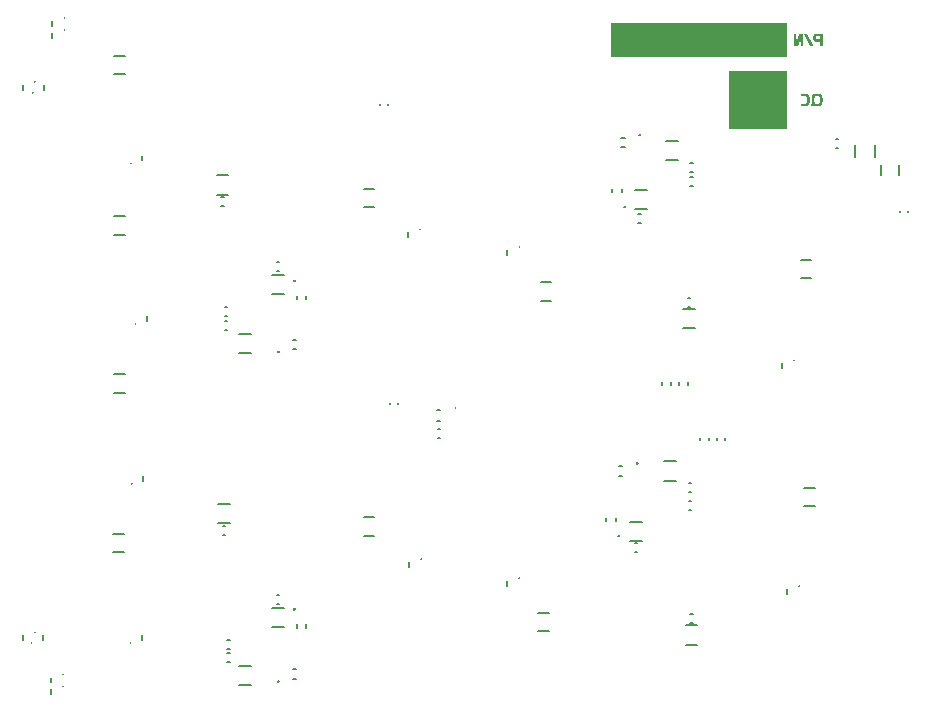
<source format=gbo>
G04*
G04 #@! TF.GenerationSoftware,Altium Limited,Altium Designer,24.2.2 (26)*
G04*
G04 Layer_Color=32896*
%FSLAX25Y25*%
%MOIN*%
G70*
G04*
G04 #@! TF.SameCoordinates,B220CE68-074A-4F46-869C-E968B1748748*
G04*
G04*
G04 #@! TF.FilePolarity,Positive*
G04*
G01*
G75*
%ADD12C,0.01000*%
%ADD13C,0.00700*%
%ADD15C,0.00787*%
%ADD16C,0.00500*%
%ADD21C,0.00669*%
%ADD126R,0.19685X0.19685*%
%ADD127R,0.59055X0.11811*%
G36*
X281101Y227326D02*
X281170Y227320D01*
X281244Y227308D01*
X281312Y227295D01*
X281380Y227277D01*
X281386D01*
X281405Y227270D01*
X281436Y227258D01*
X281479Y227239D01*
X281566Y227190D01*
X281652Y227116D01*
X281659Y227110D01*
X281671Y227097D01*
X281690Y227072D01*
X281708Y227041D01*
X281733Y227004D01*
X281758Y226955D01*
X281782Y226905D01*
X281801Y226843D01*
Y226837D01*
X281807Y226812D01*
X281813Y226781D01*
X281820Y226738D01*
X281826Y226676D01*
X281832Y226614D01*
X281838Y226540D01*
Y226460D01*
Y223340D01*
Y223334D01*
Y223321D01*
X281826Y223284D01*
X281813Y223266D01*
X281788Y223247D01*
X281764Y223235D01*
X281727Y223228D01*
X281015D01*
X280972Y223241D01*
X280953Y223253D01*
X280934Y223278D01*
X280922Y223303D01*
X280916Y223340D01*
Y226350D01*
X280191Y223680D01*
Y223674D01*
X280185Y223668D01*
X280173Y223624D01*
X280148Y223575D01*
X280111Y223513D01*
Y223507D01*
X280099Y223501D01*
X280074Y223464D01*
X280037Y223420D01*
X279987Y223371D01*
X279981D01*
X279975Y223358D01*
X279938Y223334D01*
X279888Y223303D01*
X279833Y223266D01*
X279826D01*
X279820Y223259D01*
X279777Y223247D01*
X279727Y223235D01*
X279665Y223228D01*
X279127D01*
X279102Y223235D01*
X279071D01*
X278991Y223253D01*
X278904Y223290D01*
X278898Y223296D01*
X278885Y223303D01*
X278861Y223315D01*
X278836Y223340D01*
X278768Y223389D01*
X278706Y223457D01*
X278700Y223464D01*
X278694Y223476D01*
X278675Y223495D01*
X278656Y223526D01*
X278613Y223594D01*
X278576Y223680D01*
Y223686D01*
X278570Y223699D01*
X278557Y223724D01*
X278551Y223755D01*
X278533Y223835D01*
X278526Y223922D01*
Y227221D01*
Y227227D01*
Y227239D01*
X278539Y227277D01*
X278557Y227295D01*
X278576Y227314D01*
X278607Y227326D01*
X278644Y227332D01*
X279356D01*
X279393Y227320D01*
X279412Y227308D01*
X279430Y227283D01*
X279443Y227258D01*
X279449Y227221D01*
Y224184D01*
X280179Y226887D01*
Y226893D01*
X280191Y226918D01*
X280210Y226955D01*
X280229Y227004D01*
X280266Y227054D01*
X280303Y227103D01*
X280352Y227159D01*
X280414Y227208D01*
X280421Y227215D01*
X280445Y227227D01*
X280489Y227246D01*
X280544Y227270D01*
X280625Y227295D01*
X280718Y227314D01*
X280829Y227326D01*
X280959Y227332D01*
X281046D01*
X281101Y227326D01*
D02*
G37*
G36*
X288140Y227320D02*
X288158Y227308D01*
X288177Y227283D01*
X288189Y227258D01*
X288195Y227221D01*
Y227159D01*
Y223340D01*
Y223334D01*
Y223321D01*
X288183Y223284D01*
X288170Y223266D01*
X288146Y223247D01*
X288121Y223235D01*
X288084Y223228D01*
X287366D01*
X287322Y223241D01*
X287304Y223253D01*
X287285Y223278D01*
X287273Y223303D01*
X287267Y223340D01*
Y224615D01*
X286245D01*
X286190Y224621D01*
X286109Y224627D01*
X286022Y224640D01*
X285930Y224652D01*
X285837Y224677D01*
X285750Y224708D01*
X285738Y224714D01*
X285713Y224726D01*
X285670Y224751D01*
X285614Y224782D01*
X285552Y224819D01*
X285490Y224869D01*
X285428Y224924D01*
X285373Y224986D01*
X285366Y224992D01*
X285348Y225017D01*
X285323Y225061D01*
X285292Y225110D01*
X285261Y225172D01*
X285224Y225246D01*
X285193Y225333D01*
X285168Y225420D01*
Y225432D01*
X285156Y225463D01*
X285150Y225513D01*
X285137Y225581D01*
X285125Y225661D01*
X285119Y225754D01*
X285106Y225859D01*
Y225971D01*
Y225977D01*
Y225983D01*
Y226020D01*
Y226076D01*
X285113Y226150D01*
X285119Y226231D01*
X285131Y226323D01*
X285168Y226509D01*
Y226521D01*
X285181Y226552D01*
X285193Y226596D01*
X285218Y226658D01*
X285243Y226719D01*
X285280Y226794D01*
X285323Y226868D01*
X285373Y226936D01*
X285379Y226942D01*
X285397Y226967D01*
X285428Y226998D01*
X285472Y227041D01*
X285527Y227091D01*
X285589Y227140D01*
X285664Y227184D01*
X285750Y227227D01*
X285763Y227233D01*
X285793Y227246D01*
X285837Y227258D01*
X285905Y227283D01*
X285985Y227301D01*
X286078Y227314D01*
X286183Y227326D01*
X286301Y227332D01*
X288102D01*
X288140Y227320D01*
D02*
G37*
G36*
X282810Y227326D02*
X282841Y227320D01*
X282866Y227301D01*
X282872Y227295D01*
X282884Y227283D01*
X282903Y227258D01*
X282927Y227227D01*
X285038Y223364D01*
Y223358D01*
X285045Y223346D01*
X285051Y223334D01*
X285057Y223315D01*
Y223309D01*
Y223303D01*
X285045Y223272D01*
X285032Y223253D01*
X285014Y223241D01*
X284989Y223235D01*
X284952Y223228D01*
X284320D01*
X284296Y223235D01*
X284264Y223241D01*
X284234Y223253D01*
X284227Y223259D01*
X284215Y223272D01*
X284196Y223296D01*
X284172Y223334D01*
X282061Y227190D01*
X282055Y227196D01*
X282049Y227208D01*
X282042Y227227D01*
Y227239D01*
Y227246D01*
Y227252D01*
X282055Y227289D01*
X282067Y227301D01*
X282092Y227320D01*
X282117Y227326D01*
X282154Y227332D01*
X282785D01*
X282810Y227326D01*
D02*
G37*
G36*
X282711Y207247D02*
X282779Y207241D01*
X282859Y207223D01*
X282952Y207204D01*
X283045Y207173D01*
X283144Y207136D01*
X283156Y207130D01*
X283188Y207117D01*
X283231Y207086D01*
X283293Y207049D01*
X283355Y207006D01*
X283429Y206950D01*
X283503Y206882D01*
X283571Y206808D01*
X283584Y206796D01*
X283608Y206765D01*
X283652Y206709D01*
X283695Y206641D01*
Y206635D01*
X283707Y206622D01*
X283714Y206604D01*
X283732Y206579D01*
X283763Y206517D01*
X283788Y206436D01*
Y206424D01*
X283800Y206399D01*
X283813Y206350D01*
X283825Y206288D01*
X283837Y206220D01*
X283850Y206139D01*
X283856Y206047D01*
X283862Y205954D01*
Y204394D01*
Y204388D01*
Y204369D01*
Y204338D01*
X283856Y204301D01*
X283850Y204214D01*
X283831Y204121D01*
Y204115D01*
X283825Y204103D01*
X283819Y204084D01*
X283813Y204060D01*
X283794Y203998D01*
X283769Y203936D01*
X283763Y203923D01*
X283751Y203899D01*
X283726Y203849D01*
X283695Y203793D01*
X283658Y203731D01*
X283608Y203657D01*
X283553Y203589D01*
X283491Y203515D01*
X283485Y203509D01*
X283460Y203484D01*
X283423Y203453D01*
X283373Y203410D01*
X283317Y203366D01*
X283249Y203323D01*
X283169Y203286D01*
X283088Y203249D01*
X283082D01*
X283070Y203242D01*
X283051Y203236D01*
X283027Y203224D01*
X282952Y203205D01*
X282866Y203181D01*
X282859D01*
X282841Y203174D01*
X282810Y203168D01*
X282773D01*
X282729Y203162D01*
X282674Y203156D01*
X282612Y203150D01*
X281108D01*
X281064Y203162D01*
X281046Y203174D01*
X281027Y203199D01*
X281015Y203224D01*
X281009Y203261D01*
Y203874D01*
Y203880D01*
Y203892D01*
X281021Y203930D01*
X281040Y203948D01*
X281058Y203967D01*
X281089Y203979D01*
X281126Y203985D01*
X282581D01*
X282599Y203992D01*
X282630Y203998D01*
X282667Y204004D01*
X282705Y204016D01*
X282748Y204035D01*
X282791Y204066D01*
X282828Y204097D01*
X282835Y204103D01*
X282841Y204115D01*
X282859Y204140D01*
X282878Y204165D01*
X282896Y204208D01*
X282909Y204251D01*
X282927Y204301D01*
X282934Y204363D01*
Y205774D01*
Y205780D01*
Y205787D01*
Y205818D01*
X282927Y205873D01*
X282921Y205935D01*
X282909Y206003D01*
X282896Y206078D01*
X282872Y206152D01*
X282841Y206214D01*
X282835Y206220D01*
X282822Y206238D01*
X282804Y206269D01*
X282773Y206300D01*
X282729Y206337D01*
X282686Y206368D01*
X282630Y206399D01*
X282562Y206418D01*
X281108D01*
X281064Y206430D01*
X281046Y206443D01*
X281027Y206468D01*
X281015Y206492D01*
X281009Y206529D01*
Y207142D01*
Y207148D01*
Y207161D01*
X281021Y207198D01*
X281040Y207216D01*
X281058Y207235D01*
X281089Y207247D01*
X281126Y207254D01*
X282655D01*
X282711Y207247D01*
D02*
G37*
G36*
X286604Y207328D02*
X286685D01*
X286858Y207315D01*
X286895D01*
X286932Y207309D01*
X286976Y207303D01*
X287075Y207291D01*
X287118Y207284D01*
X287155Y207272D01*
X287168D01*
X287199Y207260D01*
X287242Y207247D01*
X287304Y207235D01*
X287366Y207210D01*
X287440Y207186D01*
X287514Y207155D01*
X287582Y207117D01*
X287589Y207111D01*
X287613Y207099D01*
X287644Y207080D01*
X287681Y207049D01*
X287731Y207012D01*
X287780Y206969D01*
X287830Y206919D01*
X287879Y206864D01*
X287886Y206857D01*
X287898Y206839D01*
X287917Y206814D01*
X287935Y206777D01*
X287960Y206727D01*
X287991Y206672D01*
X288016Y206610D01*
X288040Y206542D01*
Y206536D01*
X288053Y206511D01*
X288065Y206474D01*
X288078Y206424D01*
X288096Y206368D01*
X288108Y206307D01*
X288146Y206170D01*
Y206164D01*
Y206158D01*
X288158Y206121D01*
X288164Y206071D01*
X288170Y206009D01*
Y206003D01*
Y205997D01*
X288177Y205960D01*
Y205904D01*
X288183Y205830D01*
Y205824D01*
Y205811D01*
Y205787D01*
Y205756D01*
X288189Y205718D01*
Y205675D01*
Y205570D01*
Y205564D01*
Y205545D01*
Y205514D01*
Y205471D01*
Y205415D01*
Y205353D01*
Y205285D01*
Y205205D01*
Y205199D01*
Y205186D01*
Y205168D01*
Y205137D01*
Y205068D01*
Y204976D01*
Y204877D01*
Y204771D01*
X288183Y204672D01*
Y204586D01*
Y204579D01*
Y204549D01*
Y204511D01*
X288177Y204468D01*
X288170Y204363D01*
Y204307D01*
X288164Y204264D01*
Y204251D01*
X288158Y204227D01*
X288152Y204183D01*
X288140Y204134D01*
X288127Y204072D01*
X288115Y204004D01*
X288065Y203868D01*
X288059Y203861D01*
X288053Y203837D01*
X288034Y203806D01*
X288010Y203769D01*
X287948Y203670D01*
X287867Y203577D01*
X287861Y203571D01*
X287842Y203558D01*
X287818Y203533D01*
X287774Y203496D01*
X287725Y203459D01*
X287663Y203416D01*
X287589Y203373D01*
X287502Y203329D01*
X287403Y203280D01*
X287291Y203236D01*
X287168Y203193D01*
X287038Y203156D01*
X286889Y203125D01*
X286734Y203100D01*
X286561Y203081D01*
X286382Y203075D01*
X286282D01*
X286270Y203081D01*
X286264D01*
X286251Y203075D01*
X284296D01*
X284252Y203088D01*
X284234Y203100D01*
X284215Y203119D01*
X284203Y203143D01*
X284196Y203181D01*
Y203812D01*
Y203818D01*
Y203831D01*
X284209Y203868D01*
X284227Y203886D01*
X284246Y203905D01*
X284277Y203917D01*
X284314Y203923D01*
X284698D01*
X284692Y203930D01*
X284685Y203942D01*
X284673Y203967D01*
X284654Y204004D01*
X284642Y204047D01*
X284624Y204109D01*
X284611Y204171D01*
X284599Y204251D01*
Y204258D01*
Y204270D01*
Y204295D01*
X284593Y204332D01*
Y204381D01*
Y204443D01*
X284586Y204518D01*
Y204610D01*
Y204617D01*
Y204623D01*
Y204660D01*
Y204710D01*
X284580Y204784D01*
Y204870D01*
Y204976D01*
Y205087D01*
Y205205D01*
Y205211D01*
Y205217D01*
Y205254D01*
Y205310D01*
Y205378D01*
Y205465D01*
Y205557D01*
X284586Y205749D01*
Y205756D01*
Y205762D01*
Y205793D01*
X284593Y205842D01*
Y205904D01*
X284599Y205972D01*
X284605Y206047D01*
X284611Y206115D01*
X284624Y206183D01*
Y206195D01*
X284630Y206220D01*
X284642Y206257D01*
X284648Y206313D01*
X284667Y206368D01*
X284679Y206436D01*
X284716Y206567D01*
Y206573D01*
X284723Y206597D01*
X284735Y206628D01*
X284753Y206672D01*
X284791Y206765D01*
X284815Y206808D01*
X284846Y206851D01*
X284853Y206857D01*
X284871Y206882D01*
X284896Y206913D01*
X284933Y206950D01*
X284976Y206994D01*
X285032Y207037D01*
X285088Y207086D01*
X285156Y207130D01*
X285162Y207136D01*
X285187Y207148D01*
X285218Y207167D01*
X285267Y207192D01*
X285323Y207223D01*
X285385Y207247D01*
X285453Y207272D01*
X285521Y207291D01*
X285527D01*
X285546Y207297D01*
X285577Y207303D01*
X285620Y207309D01*
X285676Y207315D01*
X285738Y207322D01*
X285806D01*
X285880Y207328D01*
X285961D01*
X286016Y207334D01*
X286524D01*
X286604Y207328D01*
D02*
G37*
%LPC*%
G36*
X287267Y226497D02*
X286196D01*
X286165Y226490D01*
X286128Y226472D01*
X286091Y226441D01*
X286084Y226429D01*
X286060Y226404D01*
X286041Y226361D01*
X286016Y226299D01*
Y226292D01*
X286010Y226286D01*
Y226268D01*
X286004Y226243D01*
X285992Y226181D01*
X285985Y226113D01*
Y226107D01*
Y226100D01*
X285979Y226063D01*
X285973Y226014D01*
Y225971D01*
Y225964D01*
Y225933D01*
X285979Y225890D01*
X285985Y225828D01*
Y225822D01*
Y225810D01*
Y225791D01*
X285992Y225772D01*
X285998Y225711D01*
X286016Y225642D01*
Y225636D01*
X286022Y225630D01*
X286035Y225593D01*
X286060Y225543D01*
X286091Y225500D01*
X286097Y225494D01*
X286122Y225475D01*
X286159Y225457D01*
X286208Y225451D01*
X287267D01*
Y226497D01*
D02*
G37*
G36*
X286468Y206455D02*
X286258D01*
X286165Y206449D01*
X286066Y206443D01*
X286022D01*
X285992Y206436D01*
X285911Y206430D01*
X285831Y206412D01*
X285824D01*
X285800Y206406D01*
X285769Y206393D01*
X285732Y206375D01*
X285688Y206350D01*
X285645Y206319D01*
X285608Y206282D01*
X285577Y206238D01*
X285571Y206232D01*
X285564Y206214D01*
X285552Y206183D01*
X285540Y206139D01*
X285527Y206078D01*
X285515Y206009D01*
X285503Y205923D01*
Y205824D01*
Y204561D01*
Y204555D01*
Y204549D01*
Y204511D01*
X285509Y204462D01*
X285515Y204394D01*
X285527Y204326D01*
X285540Y204251D01*
X285564Y204183D01*
X285595Y204121D01*
X285602Y204115D01*
X285614Y204103D01*
X285632Y204078D01*
X285664Y204047D01*
X285707Y204022D01*
X285756Y203992D01*
X285818Y203967D01*
X285893Y203948D01*
X285911D01*
X285936Y203942D01*
X285961D01*
X286029Y203936D01*
X286103Y203930D01*
X286165D01*
X286202Y203923D01*
X286648D01*
X286679Y203930D01*
X286765D01*
X286790Y203936D01*
X286815D01*
X286840Y203942D01*
X286846D01*
X286871Y203948D01*
X286901Y203960D01*
X286945Y203979D01*
X286994Y203998D01*
X287044Y204029D01*
X287093Y204072D01*
X287143Y204121D01*
X287149Y204128D01*
X287161Y204152D01*
X287180Y204183D01*
X287199Y204233D01*
X287223Y204295D01*
X287242Y204375D01*
X287254Y204462D01*
X287261Y204561D01*
Y205836D01*
Y205842D01*
Y205849D01*
Y205879D01*
X287254Y205929D01*
X287248Y205985D01*
X287236Y206053D01*
X287217Y206115D01*
X287192Y206176D01*
X287161Y206232D01*
X287155Y206238D01*
X287143Y206257D01*
X287118Y206276D01*
X287087Y206307D01*
X287050Y206337D01*
X287000Y206368D01*
X286951Y206393D01*
X286889Y206412D01*
X286883D01*
X286877Y206418D01*
X286858D01*
X286833Y206424D01*
X286802Y206430D01*
X286765D01*
X286722Y206436D01*
X286666Y206443D01*
X286642D01*
X286611Y206449D01*
X286524D01*
X286468Y206455D01*
D02*
G37*
%LPD*%
D12*
X220317Y59854D02*
G03*
X220317Y59854I-100J0D01*
G01*
X226466Y83996D02*
G03*
X226466Y83996I-100J0D01*
G01*
X112167Y35421D02*
G03*
X112167Y35421I-100J0D01*
G01*
X106805Y11280D02*
G03*
X106805Y11280I-100J0D01*
G01*
X222285Y169441D02*
G03*
X222285Y169441I-100J0D01*
G01*
X227254Y193445D02*
G03*
X227254Y193445I-100J0D01*
G01*
X112167Y144870D02*
G03*
X112167Y144870I-100J0D01*
G01*
X106805Y121122D02*
G03*
X106805Y121122I-100J0D01*
G01*
D13*
X278803Y118335D02*
G03*
X278803Y118335I-100J0D01*
G01*
X187071Y45895D02*
G03*
X187071Y45895I-100J0D01*
G01*
X154394Y52194D02*
G03*
X154394Y52194I-100J0D01*
G01*
X187139Y156131D02*
G03*
X187139Y156131I-100J0D01*
G01*
X154000Y162036D02*
G03*
X154000Y162036I-100J0D01*
G01*
X165836Y102500D02*
G03*
X165836Y102500I-100J0D01*
G01*
X25653Y27784D02*
G03*
X25653Y27784I-100J0D01*
G01*
Y211249D02*
G03*
X25653Y211249I-100J0D01*
G01*
X24940Y207649D02*
G03*
X24940Y207649I-100J0D01*
G01*
X35496Y228572D02*
G03*
X35496Y228572I-100J0D01*
G01*
Y232509D02*
G03*
X35496Y232509I-100J0D01*
G01*
X57617Y184027D02*
G03*
X57617Y184027I-100J0D01*
G01*
Y24184D02*
G03*
X57617Y24184I-100J0D01*
G01*
X24546D02*
G03*
X24546Y24184I-100J0D01*
G01*
X35102Y13611D02*
G03*
X35102Y13611I-100J0D01*
G01*
Y9674D02*
G03*
X35102Y9674I-100J0D01*
G01*
X280378Y43139D02*
G03*
X280378Y43139I-100J0D01*
G01*
X58011Y77334D02*
G03*
X58011Y77334I-100J0D01*
G01*
X59192Y130483D02*
G03*
X59192Y130483I-100J0D01*
G01*
X159655Y98300D02*
X160836D01*
X159646Y101700D02*
X160827D01*
X216116Y64764D02*
Y65945D01*
X219317Y64764D02*
Y65945D01*
X220276Y79896D02*
X221457D01*
X220276Y83096D02*
X221457D01*
X112967Y29331D02*
Y30512D01*
X116167Y29331D02*
Y30512D01*
X111614Y15380D02*
X112795D01*
X111614Y12179D02*
X112795D01*
X221285Y174350D02*
Y175531D01*
X218085Y174350D02*
Y175531D01*
X221063Y192545D02*
X222244D01*
X221063Y189345D02*
X222244D01*
X112967Y138779D02*
Y139961D01*
X116167Y138779D02*
Y139961D01*
X111614Y122022D02*
X112795D01*
X111614Y125222D02*
X112795D01*
D15*
X140748Y203346D02*
Y203740D01*
X143504Y203346D02*
Y203740D01*
X159843Y95571D02*
X160630D01*
X159843Y92618D02*
X160630D01*
X52165Y219980D02*
X55709D01*
X52165Y213878D02*
X55709D01*
X51772Y60532D02*
X55315D01*
X51772Y54429D02*
X55315D01*
X243701Y71555D02*
X244488D01*
X243701Y68602D02*
X244488D01*
X135236Y169390D02*
X138779D01*
X135236Y175492D02*
X138779D01*
X106299Y148130D02*
X107087D01*
X106299Y151083D02*
X107087D01*
X313976Y167913D02*
Y168307D01*
X316732Y167913D02*
Y168307D01*
X313681Y180118D02*
Y183661D01*
X307579Y180118D02*
Y183661D01*
X292520Y189075D02*
X293307D01*
X292520Y192028D02*
X293307D01*
X146653Y103740D02*
Y104134D01*
X143898Y103740D02*
Y104134D01*
X252854Y91732D02*
Y92520D01*
X255807Y91732D02*
Y92520D01*
X247342Y91732D02*
Y92520D01*
X250295Y91732D02*
Y92520D01*
X193504Y34154D02*
X197047D01*
X193504Y28051D02*
X197047D01*
X243701Y74508D02*
X244488D01*
X243701Y77461D02*
X244488D01*
X225590Y57382D02*
X226378D01*
X225590Y54429D02*
X226378D01*
X244094Y30807D02*
X244882D01*
X244094Y33760D02*
X244882D01*
X106299Y40059D02*
X107087D01*
X106299Y37106D02*
X107087D01*
X88189Y60335D02*
X88976D01*
X88189Y63287D02*
X88976D01*
X135236Y66043D02*
X138779D01*
X135236Y59941D02*
X138779D01*
X89764Y22146D02*
X90551D01*
X89764Y25098D02*
X90551D01*
X89764Y17815D02*
X90551D01*
X89764Y20768D02*
X90551D01*
X282087Y69784D02*
X285630D01*
X282087Y75886D02*
X285630D01*
X52165Y107579D02*
X55709D01*
X52165Y113681D02*
X55709D01*
X280906Y151870D02*
X284449D01*
X280906Y145768D02*
X284449D01*
X226772Y167224D02*
X227559D01*
X226772Y164272D02*
X227559D01*
X244094Y184153D02*
X244882D01*
X244094Y181201D02*
X244882D01*
X244094Y179429D02*
X244882D01*
X244094Y176476D02*
X244882D01*
X194291Y138287D02*
X197835D01*
X194291Y144390D02*
X197835D01*
X243307Y139272D02*
X244094D01*
X243307Y136319D02*
X244094D01*
X237697Y110236D02*
Y111024D01*
X234744Y110236D02*
Y111024D01*
X243209Y110236D02*
Y111024D01*
X240256Y110236D02*
Y111024D01*
X52165Y160335D02*
X55709D01*
X52165Y166437D02*
X55709D01*
X88976Y133169D02*
X89764D01*
X88976Y136122D02*
X89764D01*
X88976Y128445D02*
X89764D01*
X88976Y131398D02*
X89764D01*
X87795Y169783D02*
X88583D01*
X87795Y172736D02*
X88583D01*
D16*
X274803Y115736D02*
Y117336D01*
X183071Y43295D02*
Y44895D01*
X150393Y49594D02*
Y51194D01*
X183139Y153531D02*
Y155131D01*
X150000Y159437D02*
Y161037D01*
X21653Y25185D02*
Y26785D01*
Y208649D02*
Y210249D01*
X28741Y208648D02*
Y210248D01*
X31496Y225972D02*
Y227572D01*
Y229909D02*
Y231509D01*
X61418Y185026D02*
Y186626D01*
Y25184D02*
Y26784D01*
X28347Y25184D02*
Y26784D01*
X31102Y11012D02*
Y12612D01*
Y7075D02*
Y8675D01*
X276378Y40539D02*
Y42139D01*
X61811Y78333D02*
Y79933D01*
X62992Y131483D02*
Y133083D01*
D21*
X224016Y64665D02*
X227953D01*
X224016Y58169D02*
X227953D01*
X242520Y23524D02*
X246457D01*
X242520Y30020D02*
X246457D01*
X235433Y84744D02*
X239370D01*
X235433Y78248D02*
X239370D01*
X225591Y168799D02*
X229528D01*
X225591Y175295D02*
X229528D01*
X241732Y135531D02*
X245669D01*
X241732Y129035D02*
X245669D01*
X235967Y185091D02*
X239904D01*
X235967Y191587D02*
X239904D01*
X86614Y64075D02*
X90551D01*
X86614Y70571D02*
X90551D01*
X104724Y35925D02*
X108661D01*
X104724Y29429D02*
X108661D01*
X93701Y16634D02*
X97638D01*
X93701Y10138D02*
X97638D01*
X104724Y146949D02*
X108661D01*
X104724Y140453D02*
X108661D01*
X86221Y173524D02*
X90158D01*
X86221Y180020D02*
X90158D01*
X93701Y120768D02*
X97638D01*
X93701Y127264D02*
X97638D01*
X299114Y186221D02*
Y190157D01*
X305610Y186221D02*
Y190157D01*
D126*
X266535Y205118D02*
D03*
D127*
X246850Y225197D02*
D03*
M02*

</source>
